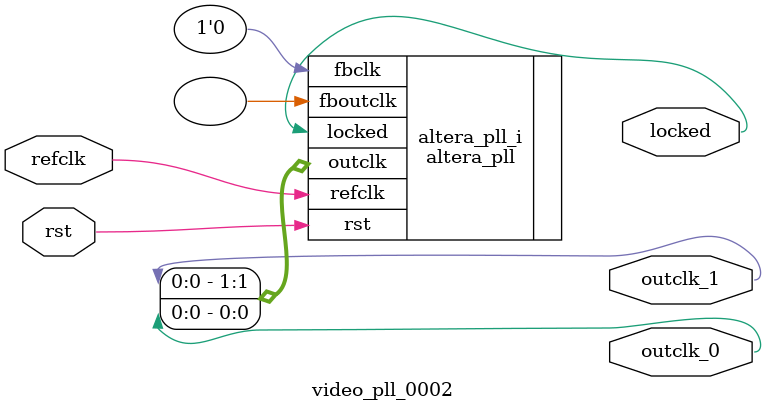
<source format=v>

`timescale 1ns/10ps
module  video_pll_0002(

	// interface 'refclk'
	input wire refclk,

	// interface 'reset'
	input wire rst,

	// interface 'outclk0'
	output wire outclk_0,

	// interface 'outclk1'
	output wire outclk_1,

	// interface 'locked'
	output wire locked
);

	altera_pll #(
		.fractional_vco_multiplier("true"),
		.reference_clock_frequency("74.25 MHz"),
		.operation_mode("direct"),
		.number_of_clocks(2),
		.output_clock_frequency0("7.093790 MHz"),
		.phase_shift0("0 ps"),
		.duty_cycle0(50),
		.output_clock_frequency1("7.093790 MHz"),
		.phase_shift1("35242 ps"),
		.duty_cycle1(50),
		.output_clock_frequency2("0 MHz"),
		.phase_shift2("0 ps"),
		.duty_cycle2(50),
		.output_clock_frequency3("0 MHz"),
		.phase_shift3("0 ps"),
		.duty_cycle3(50),
		.output_clock_frequency4("0 MHz"),
		.phase_shift4("0 ps"),
		.duty_cycle4(50),
		.output_clock_frequency5("0 MHz"),
		.phase_shift5("0 ps"),
		.duty_cycle5(50),
		.output_clock_frequency6("0 MHz"),
		.phase_shift6("0 ps"),
		.duty_cycle6(50),
		.output_clock_frequency7("0 MHz"),
		.phase_shift7("0 ps"),
		.duty_cycle7(50),
		.output_clock_frequency8("0 MHz"),
		.phase_shift8("0 ps"),
		.duty_cycle8(50),
		.output_clock_frequency9("0 MHz"),
		.phase_shift9("0 ps"),
		.duty_cycle9(50),
		.output_clock_frequency10("0 MHz"),
		.phase_shift10("0 ps"),
		.duty_cycle10(50),
		.output_clock_frequency11("0 MHz"),
		.phase_shift11("0 ps"),
		.duty_cycle11(50),
		.output_clock_frequency12("0 MHz"),
		.phase_shift12("0 ps"),
		.duty_cycle12(50),
		.output_clock_frequency13("0 MHz"),
		.phase_shift13("0 ps"),
		.duty_cycle13(50),
		.output_clock_frequency14("0 MHz"),
		.phase_shift14("0 ps"),
		.duty_cycle14(50),
		.output_clock_frequency15("0 MHz"),
		.phase_shift15("0 ps"),
		.duty_cycle15(50),
		.output_clock_frequency16("0 MHz"),
		.phase_shift16("0 ps"),
		.duty_cycle16(50),
		.output_clock_frequency17("0 MHz"),
		.phase_shift17("0 ps"),
		.duty_cycle17(50),
		.pll_type("General"),
		.pll_subtype("General")
	) altera_pll_i (
		.rst	(rst),
		.outclk	({outclk_1, outclk_0}),
		.locked	(locked),
		.fboutclk	( ),
		.fbclk	(1'b0),
		.refclk	(refclk)
	);
endmodule


</source>
